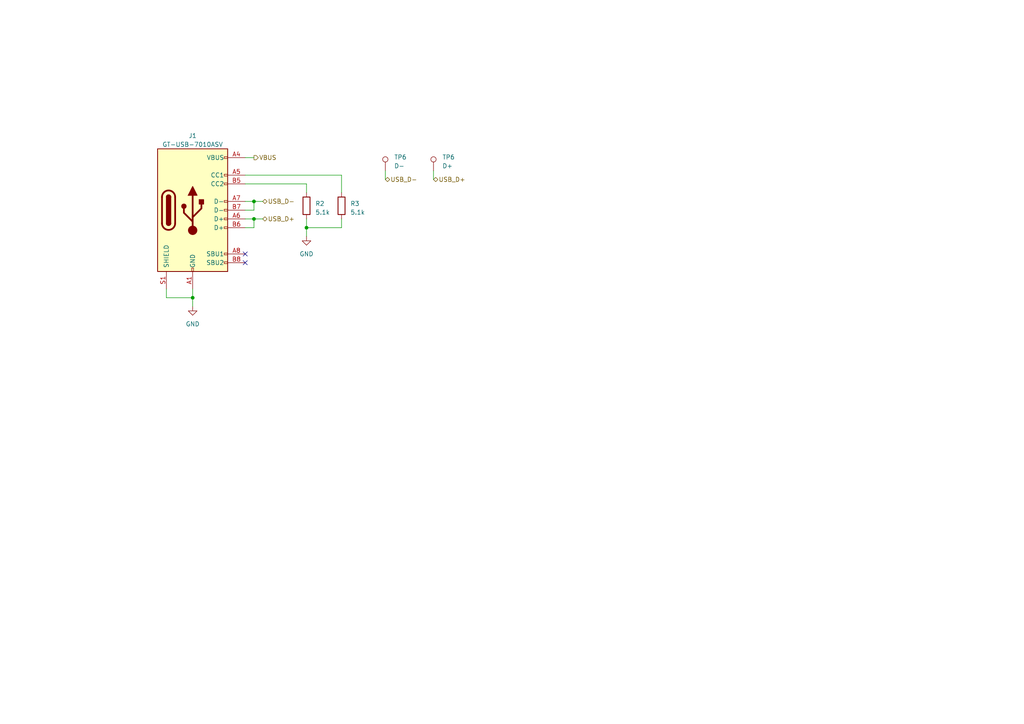
<source format=kicad_sch>
(kicad_sch (version 20230121) (generator eeschema)
  (paper "A4")
  (lib_symbols
    (symbol "Connector:TestPoint" (pin_numbers hide) (pin_names (offset 0.762) hide)
      (property "Reference" "TP" (at 0 6.858 0))
      (property "Value" "TestPoint" (at 0 5.08 0))
      (symbol "TestPoint_0_1"
        (circle (center 0 3.302) (radius 0.762))
      )
      (symbol "TestPoint_1_1"
        (pin passive line (at 0 0 90) (length 2.54) (name "1") (number "1"))
      )
    )
    (symbol "Connector:USB_C_Receptacle_USB2.0" (pin_names (offset 1.016))
      (property "Reference" "J" (at -10.16 19.05 0))
      (property "Value" "USB_C_Receptacle_USB2.0" (at 19.05 19.05 0))
      (symbol "USB_C_Receptacle_USB2.0_0_0"
        (rectangle (start -0.254 -17.78) (end 0.254 -16.764))
        (rectangle (start 10.16 -14.986) (end 9.144 -15.494))
        (rectangle (start 10.16 -12.446) (end 9.144 -12.954))
        (rectangle (start 10.16 -4.826) (end 9.144 -5.334))
        (rectangle (start 10.16 -2.286) (end 9.144 -2.794))
        (rectangle (start 10.16 0.254) (end 9.144 -0.254))
        (rectangle (start 10.16 2.794) (end 9.144 2.286))
        (rectangle (start 10.16 7.874) (end 9.144 7.366))
        (rectangle (start 10.16 10.414) (end 9.144 9.906))
        (rectangle (start 10.16 15.494) (end 9.144 14.986))
      )
      (symbol "USB_C_Receptacle_USB2.0_0_1"
        (rectangle (start -10.16 17.78) (end 10.16 -17.78) (stroke (width 0.254)) (fill (type background)))
        (arc (start -8.89 -3.81) (mid -6.985 -5.7067) (end -5.08 -3.81) (stroke (width 0.508)))
        (arc (start -7.62 -3.81) (mid -6.985 -4.4423) (end -6.35 -3.81) (stroke (width 0.254)))
        (arc (start -7.62 -3.81) (mid -6.985 -4.4423) (end -6.35 -3.81) (stroke (width 0.254)) (fill (type outline)))
        (rectangle (start -7.62 -3.81) (end -6.35 3.81) (stroke (width 0.254)) (fill (type outline)))
        (arc (start -6.35 3.81) (mid -6.985 4.4423) (end -7.62 3.81) (stroke (width 0.254)))
        (arc (start -6.35 3.81) (mid -6.985 4.4423) (end -7.62 3.81) (stroke (width 0.254)) (fill (type outline)))
        (arc (start -5.08 3.81) (mid -6.985 5.7067) (end -8.89 3.81) (stroke (width 0.508)))
        (circle (center -2.54 1.143) (radius 0.635) (stroke (width 0.254)) (fill (type outline)))
        (circle (center 0 -5.842) (radius 1.27) (fill (type outline)))
        (polyline (pts (xy -8.89 -3.81) (xy -8.89 3.81)) (stroke (width 0.508)))
        (polyline (pts (xy -5.08 3.81) (xy -5.08 -3.81)) (stroke (width 0.508)))
        (polyline (pts (xy 0 -5.842) (xy 0 4.318)) (stroke (width 0.508)))
        (polyline (pts (xy 0 -3.302) (xy -2.54 -0.762) (xy -2.54 0.508)) (stroke (width 0.508)))
        (polyline (pts (xy 0 -2.032) (xy 2.54 0.508) (xy 2.54 1.778)) (stroke (width 0.508)))
        (polyline (pts (xy -1.27 4.318) (xy 0 6.858) (xy 1.27 4.318) (xy -1.27 4.318)) (stroke (width 0.254)) (fill (type outline)))
        (rectangle (start 1.905 1.778) (end 3.175 3.048) (stroke (width 0.254)) (fill (type outline)))
      )
      (symbol "USB_C_Receptacle_USB2.0_1_1"
        (pin passive line (at 0 -22.86 90) (length 5.08) (name "GND") (number "A1"))
        (pin passive line (at 0 -22.86 90) (length 5.08) hide (name "GND") (number "A12"))
        (pin passive line (at 15.24 15.24 180) (length 5.08) (name "VBUS") (number "A4"))
        (pin bidirectional line (at 15.24 10.16 180) (length 5.08) (name "CC1") (number "A5"))
        (pin bidirectional line (at 15.24 -2.54 180) (length 5.08) (name "D+") (number "A6"))
        (pin bidirectional line (at 15.24 2.54 180) (length 5.08) (name "D-") (number "A7"))
        (pin bidirectional line (at 15.24 -12.7 180) (length 5.08) (name "SBU1") (number "A8"))
        (pin passive line (at 15.24 15.24 180) (length 5.08) hide (name "VBUS") (number "A9"))
        (pin passive line (at 0 -22.86 90) (length 5.08) hide (name "GND") (number "B1"))
        (pin passive line (at 0 -22.86 90) (length 5.08) hide (name "GND") (number "B12"))
        (pin passive line (at 15.24 15.24 180) (length 5.08) hide (name "VBUS") (number "B4"))
        (pin bidirectional line (at 15.24 7.62 180) (length 5.08) (name "CC2") (number "B5"))
        (pin bidirectional line (at 15.24 -5.08 180) (length 5.08) (name "D+") (number "B6"))
        (pin bidirectional line (at 15.24 0 180) (length 5.08) (name "D-") (number "B7"))
        (pin bidirectional line (at 15.24 -15.24 180) (length 5.08) (name "SBU2") (number "B8"))
        (pin passive line (at 15.24 15.24 180) (length 5.08) hide (name "VBUS") (number "B9"))
        (pin passive line (at -7.62 -22.86 90) (length 5.08) (name "SHIELD") (number "S1"))
      )
    )
    (symbol "Device:R" (pin_numbers hide) (pin_names (offset 0))
      (property "Reference" "R" (at 2.032 0 90))
      (property "Value" "R" (at 0 0 90))
      (symbol "R_0_1"
        (rectangle (start -1.016 -2.54) (end 1.016 2.54) (stroke (width 0.254)))
      )
      (symbol "R_1_1"
        (pin passive line (at 0 3.81 270) (length 1.27) (name "~") (number "1"))
        (pin passive line (at 0 -3.81 90) (length 1.27) (name "~") (number "2"))
      )
    )
    (symbol "power:GND" (power) (pin_names (offset 0))
      (property "Value" "GND" (at 0 -3.81 0))
      (symbol "GND_0_1"
        (polyline (pts (xy 0 0) (xy 0 -1.27) (xy 1.27 -1.27) (xy 0 -2.54) (xy -1.27 -1.27) (xy 0 -1.27)))
      )
      (symbol "GND_1_1"
        (pin power_in line (at 0 0 270) (length 0) hide (name "GND") (number "1"))
      )
    )
  )
  (junction (at 88.9 66.04))
  (junction (at 55.88 86.36))
  (junction (at 73.66 63.5))
  (junction (at 73.66 58.42))
  (no_connect (at 71.12 76.2))
  (no_connect (at 71.12 73.66))
  (wire (pts (xy 71.12 50.8) (xy 99.06 50.8)))
  (wire (pts (xy 73.66 66.04) (xy 71.12 66.04)))
  (wire (pts (xy 76.2 58.42) (xy 73.66 58.42)))
  (wire (pts (xy 73.66 58.42) (xy 73.66 60.96)))
  (wire (pts (xy 73.66 63.5) (xy 73.66 66.04)))
  (wire (pts (xy 55.88 86.36) (xy 48.26 86.36)))
  (wire (pts (xy 88.9 68.58) (xy 88.9 66.04)))
  (wire (pts (xy 125.73 49.53) (xy 125.73 52.07)))
  (wire (pts (xy 76.2 63.5) (xy 73.66 63.5)))
  (wire (pts (xy 99.06 50.8) (xy 99.06 55.88)))
  (wire (pts (xy 99.06 63.5) (xy 99.06 66.04)))
  (wire (pts (xy 88.9 66.04) (xy 99.06 66.04)))
  (wire (pts (xy 88.9 53.34) (xy 88.9 55.88)))
  (wire (pts (xy 88.9 63.5) (xy 88.9 66.04)))
  (wire (pts (xy 55.88 88.9) (xy 55.88 86.36)))
  (wire (pts (xy 71.12 53.34) (xy 88.9 53.34)))
  (wire (pts (xy 73.66 45.72) (xy 71.12 45.72)))
  (wire (pts (xy 48.26 86.36) (xy 48.26 83.82)))
  (wire (pts (xy 73.66 58.42) (xy 71.12 58.42)))
  (wire (pts (xy 55.88 83.82) (xy 55.88 86.36)))
  (wire (pts (xy 73.66 60.96) (xy 71.12 60.96)))
  (wire (pts (xy 73.66 63.5) (xy 71.12 63.5)))
  (wire (pts (xy 111.76 49.53) (xy 111.76 52.07)))
  (hierarchical_label "VBUS" (shape output) (at 73.66 45.72 0))
  (hierarchical_label "USB_D+" (shape bidirectional) (at 76.2 63.5 0))
  (hierarchical_label "USB_D-" (shape bidirectional) (at 111.76 52.07 0))
  (hierarchical_label "USB_D+" (shape bidirectional) (at 125.73 52.07 0))
  (hierarchical_label "USB_D-" (shape bidirectional) (at 76.2 58.42 0))
  (symbol (lib_id "Connector:TestPoint") (at 125.73 49.53 0) (unit 1) (in_bom no)
    (property "Reference" "TP6" (at 128.27 45.593 0) (effects (justify left)))
    (property "Value" "D+" (at 128.27 48.133 0) (effects (justify left)))
    (property "Footprint" "TestPoint:TestPoint_Pad_D1.0mm" (effects hide))
    (instances (project "SlimeVR-Tracker" (path "" (reference "TP6") (unit 1)) (path "" (reference "TP3") (unit 1))))
  )
  (symbol (lib_id "Connector:USB_C_Receptacle_USB2.0") (at 55.88 60.96 0) (unit 1)
    (property "Reference" "J1" (at 55.88 39.37 0))
    (property "Value" "GT-USB-7010ASV" (at 55.88 41.91 0))
    (property "Footprint" "Connector_USB:USB_C_Receptacle_G-Switch_GT-USB-7010ASV" (effects hide))
    (property "Datasheet" "https://www.usb.org/sites/default/files/documents/usb_type-c.zip" (effects hide))
  )
  (symbol (lib_id "power:GND") (at 55.88 88.9 0) (unit 1)
    (property "Reference" "#PWR08" (effects hide))
    (property "Value" "GND" (at 55.88 93.98 0))
    (instances (project "SlimeVR-Tracker" (path "" (reference "#PWR08") (unit 1)) (path "" (reference "#PWR022") (unit 1))))
  )
  (symbol (lib_id "Device:R") (at 88.9 59.69 0) (unit 1)
    (property "Reference" "R2" (at 91.44 59.055 0) (effects (justify left)))
    (property "Value" "5.1k" (at 91.44 61.595 0) (effects (justify left)))
    (property "Footprint" "Resistor_SMD:R_0603_1608Metric" (effects hide))
    (instances (project "SlimeVR-Tracker" (path "" (reference "R2") (unit 1)) (path "" (reference "R3") (unit 1))))
  )
  (symbol (lib_id "power:GND") (at 88.9 68.58 0) (unit 1)
    (property "Reference" "#PWR010" (effects hide))
    (property "Value" "GND" (at 88.9 73.66 0))
    (instances (project "SlimeVR-Tracker" (path "" (reference "#PWR010") (unit 1)) (path "" (reference "#PWR021") (unit 1))))
  )
  (symbol (lib_id "Connector:TestPoint") (at 111.76 49.53 0) (unit 1) (in_bom no)
    (property "Reference" "TP6" (at 114.3 45.593 0) (effects (justify left)))
    (property "Value" "D-" (at 114.3 48.133 0) (effects (justify left)))
    (property "Footprint" "TestPoint:TestPoint_Pad_D1.0mm" (effects hide))
    (instances (project "SlimeVR-Tracker" (path "" (reference "TP6") (unit 1)) (path "" (reference "TP4") (unit 1))))
  )
  (symbol (lib_id "Device:R") (at 99.06 59.69 0) (unit 1)
    (property "Reference" "R3" (at 101.6 59.055 0) (effects (justify left)))
    (property "Value" "5.1k" (at 101.6 61.595 0) (effects (justify left)))
    (property "Footprint" "Resistor_SMD:R_0603_1608Metric" (effects hide))
    (instances (project "SlimeVR-Tracker" (path "" (reference "R3") (unit 1)) (path "" (reference "R2") (unit 1))))
  )
)
</source>
